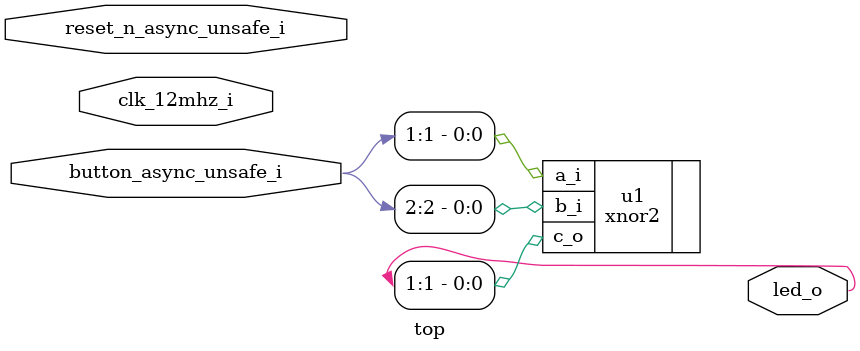
<source format=sv>
module top
  (input [0:0] clk_12mhz_i
  ,input [0:0] reset_n_async_unsafe_i
   // n: Negative Polarity (0 when pressed, 1 otherwise)
   // async: Not synchronized to clock
   // unsafe: Not De-Bounced
  ,input [3:1] button_async_unsafe_i
   // async: Not synchronized to clock
   // unsafe: Not De-Bounced
  ,output [5:1] led_o);

  // For this lab, instantiate your xor2 gate. Using two wires from
  // btn_async_unsafe_i, drive an output wire in led_o.
  //
  // Your code goes here:
  xnor2 u1 (
    .a_i(button_async_unsafe_i[1]),
    .b_i(button_async_unsafe_i[2]),
    .c_o(led_o[1])
  );

endmodule

</source>
